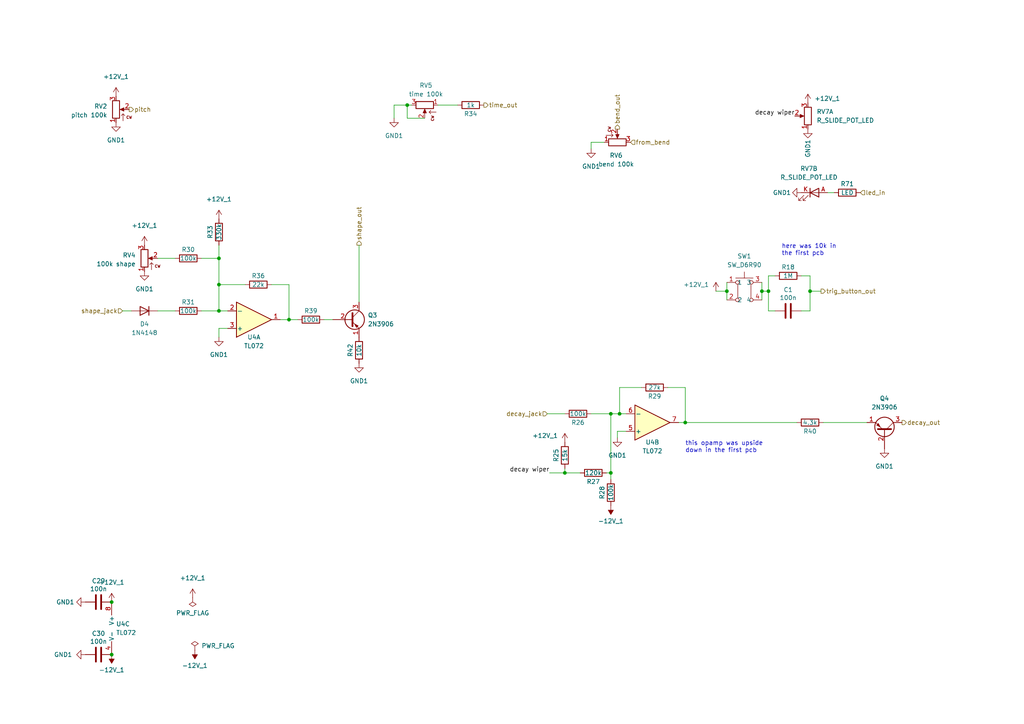
<source format=kicad_sch>
(kicad_sch (version 20211123) (generator eeschema)
  (paper "A4")
  (lib_symbols
    (symbol "ao_symbols:+12V_1" (power) (pin_names (offset 0))
      (property "Value" "+12V_1" (at 0 3.556 0))
      (symbol "+12V_1_0_1"
        (polyline (pts (xy -0.762 1.27) (xy 0 2.54)))
        (polyline (pts (xy 0 0) (xy 0 2.54)))
        (polyline (pts (xy 0 2.54) (xy 0.762 1.27)))
      )
      (symbol "+12V_1_1_1"
        (pin power_in line (at 0 0 90) (length 0) hide (name "+12V_1") (number "1"))
      )
    )
    (symbol "ao_symbols:-12V_1" (power) (pin_names (offset 0))
      (property "Value" "-12V_1" (at 0 3.81 0))
      (symbol "-12V_1_0_0"
        (pin power_in line (at 0 0 90) (length 0) hide (name "-12V_1") (number "1"))
      )
      (symbol "-12V_1_0_1"
        (polyline (pts (xy 0 0) (xy 0 1.27) (xy 0.762 1.27) (xy 0 2.54) (xy -0.762 1.27) (xy 0 1.27)) (fill (type outline)))
      )
    )
    (symbol "ao_symbols:1N4148" (pin_numbers hide) (pin_names (offset 1.016) hide)
      (property "Reference" "D" (at 0 2.54 0))
      (property "Value" "1N4148" (at 0 -2.54 0))
      (symbol "1N4148_0_1"
        (polyline (pts (xy -1.27 1.27) (xy -1.27 -1.27)) (stroke (width 0.254)))
        (polyline (pts (xy 1.27 0) (xy -1.27 0)))
        (polyline (pts (xy 1.27 1.27) (xy 1.27 -1.27) (xy -1.27 0) (xy 1.27 1.27)) (stroke (width 0.254)))
      )
      (symbol "1N4148_1_1"
        (pin passive line (at -3.81 0 0) (length 2.54) (name "K") (number "1"))
        (pin passive line (at 3.81 0 180) (length 2.54) (name "A") (number "2"))
      )
    )
    (symbol "ao_symbols:2N3906" (pin_names (offset 0) hide)
      (property "Reference" "Q" (at 5.08 1.905 0))
      (property "Value" "2N3906" (at 5.08 0 0))
      (symbol "2N3906_0_1"
        (polyline (pts (xy 0.635 0.635) (xy 2.54 2.54)))
        (polyline (pts (xy 0.635 -0.635) (xy 2.54 -2.54) (xy 2.54 -2.54)))
        (polyline (pts (xy 0.635 1.905) (xy 0.635 -1.905) (xy 0.635 -1.905)) (stroke (width 0.508)))
        (polyline (pts (xy 2.286 -1.778) (xy 1.778 -2.286) (xy 1.27 -1.27) (xy 2.286 -1.778) (xy 2.286 -1.778)) (fill (type outline)))
        (circle (center 1.27 0) (radius 2.8194) (stroke (width 0.254)))
      )
      (symbol "2N3906_1_1"
        (pin passive line (at 2.54 -5.08 90) (length 2.54) (name "E") (number "1"))
        (pin input line (at -5.08 0 0) (length 5.715) (name "B") (number "2"))
        (pin passive line (at 2.54 5.08 270) (length 2.54) (name "C") (number "3"))
      )
    )
    (symbol "ao_symbols:C" (pin_numbers hide) (pin_names (offset 0.254))
      (property "Reference" "C" (at 0.635 2.54 0))
      (property "Value" "C" (at 0.635 -2.54 0))
      (symbol "C_0_1"
        (polyline (pts (xy -2.032 -0.762) (xy 2.032 -0.762)) (stroke (width 0.508)))
        (polyline (pts (xy -2.032 0.762) (xy 2.032 0.762)) (stroke (width 0.508)))
      )
      (symbol "C_1_1"
        (pin passive line (at 0 3.81 270) (length 2.794) (name "~") (number "1"))
        (pin passive line (at 0 -3.81 90) (length 2.794) (name "~") (number "2"))
      )
    )
    (symbol "ao_symbols:R" (pin_numbers hide) (pin_names (offset 0))
      (property "Reference" "R" (at 2.032 0 90))
      (property "Value" "R" (at 0 0 90))
      (symbol "R_0_1"
        (rectangle (start -1.016 -2.54) (end 1.016 2.54) (stroke (width 0.254)))
      )
      (symbol "R_1_1"
        (pin passive line (at 0 3.81 270) (length 1.27) (name "~") (number "1"))
        (pin passive line (at 0 -3.81 90) (length 1.27) (name "~") (number "2"))
      )
    )
    (symbol "ao_symbols:R_POT" (pin_names (offset 1.016) hide)
      (property "Reference" "RV" (at -4.445 0 90))
      (property "Value" "R_POT" (at -2.54 0 90))
      (symbol "R_POT_0_0"
        (text "CW" (at 3.81 -2.286 0) (effects (font (size 0.762 0.762))))
      )
      (symbol "R_POT_0_1"
        (rectangle (start -1.016 2.54) (end 1.016 -2.54) (stroke (width 0.254)))
        (polyline (pts (xy 2.032 -3.302) (xy 2.032 -1.27)) (stroke (width 0.1524)))
        (polyline (pts (xy 2.54 0) (xy 1.524 0)))
        (polyline (pts (xy 2.54 -1.778) (xy 2.032 -1.27) (xy 1.524 -1.778)) (stroke (width 0.1524)))
        (polyline (pts (xy 1.143 0) (xy 2.286 -0.508) (xy 2.286 0.508) (xy 1.143 0)) (fill (type outline)))
      )
      (symbol "R_POT_1_1"
        (pin passive line (at 0 -3.81 90) (length 1.27) (name "1") (number "1"))
        (pin passive line (at 3.81 0 180) (length 1.27) (name "2") (number "2"))
        (pin passive line (at 0 3.81 270) (length 1.27) (name "3") (number "3"))
      )
    )
    (symbol "ao_symbols:R_SLIDE_POT_LED" (pin_names (offset 0) hide)
      (property "Reference" "RV" (at 6.35 2.54 0))
      (property "Value" "R_SLIDE_POT_LED" (at 10.16 -2.54 0))
      (symbol "R_SLIDE_POT_LED_1_1"
        (polyline (pts (xy 2.54 0) (xy 1.524 0)))
        (polyline (pts (xy 1.143 0) (xy 2.286 0.508) (xy 2.286 -0.508) (xy 1.143 0)) (fill (type outline)))
        (rectangle (start 1.016 2.54) (end -1.016 -2.54) (stroke (width 0.254)))
        (pin passive line (at 0 3.81 270) (length 1.27) (name "1") (number "1"))
        (pin passive line (at 3.81 0 180) (length 1.27) (name "2") (number "2"))
        (pin passive line (at 0 -3.81 90) (length 1.27) (name "3") (number "3"))
      )
      (symbol "R_SLIDE_POT_LED_2_1"
        (polyline (pts (xy 0 -1.27) (xy 0 1.27)) (stroke (width 0.254)))
        (polyline (pts (xy 0 0) (xy 2.54 0)))
        (polyline (pts (xy 2.54 -1.27) (xy 2.54 1.27) (xy 0 0) (xy 2.54 -1.27)) (stroke (width 0.254)))
        (polyline (pts (xy -1.778 -0.762) (xy -3.302 -2.286) (xy -2.54 -2.286) (xy -3.302 -2.286) (xy -3.302 -1.524)))
        (polyline (pts (xy -0.508 -0.762) (xy -2.032 -2.286) (xy -1.27 -2.286) (xy -2.032 -2.286) (xy -2.032 -1.524)))
        (pin passive line (at 5.08 0 180) (length 2.54) (name "A") (number "A"))
        (pin passive line (at -2.54 0 0) (length 2.54) (name "K") (number "K"))
      )
    )
    (symbol "ao_symbols:SW_D6R90"
      (property "Reference" "SW" (at 0 2.54 0))
      (property "Value" "SW_D6R90" (at 0 0.635 0))
      (symbol "SW_D6R90_0_1"
        (circle (center -2.032 -8.89) (radius 0.508))
        (circle (center -2.032 -3.81) (radius 0.508))
        (polyline (pts (xy -1.905 -4.445) (xy -1.905 -8.255)))
        (polyline (pts (xy 0 -2.54) (xy 0 -0.762)))
        (polyline (pts (xy 1.905 -4.445) (xy 1.905 -8.255)))
        (polyline (pts (xy 2.54 -2.54) (xy -2.54 -2.54)))
        (circle (center 2.032 -8.89) (radius 0.508))
        (circle (center 2.032 -3.81) (radius 0.508))
        (pin passive line (at -5.08 -3.81 0) (length 2.54) (name "1") (number "1"))
        (pin passive line (at -5.08 -8.89 0) (length 2.54) (name "2") (number "2"))
        (pin passive line (at 5.08 -3.81 180) (length 2.54) (name "3") (number "3"))
        (pin passive line (at 5.08 -8.89 180) (length 2.54) (name "4") (number "4"))
      )
    )
    (symbol "ao_symbols:TL072" (pin_names (offset 0.127))
      (property "Reference" "U" (at 0 5.08 0))
      (property "Value" "TL072" (at 0 -5.08 0))
      (symbol "TL072_1_1"
        (polyline (pts (xy -5.08 5.08) (xy 5.08 0) (xy -5.08 -5.08) (xy -5.08 5.08)) (stroke (width 0.254)) (fill (type background)))
        (pin output line (at 7.62 0 180) (length 2.54) (name "~") (number "1"))
        (pin input line (at -7.62 -2.54 0) (length 2.54) (name "-") (number "2"))
        (pin input line (at -7.62 2.54 0) (length 2.54) (name "+") (number "3"))
      )
      (symbol "TL072_2_1"
        (polyline (pts (xy -5.08 5.08) (xy 5.08 0) (xy -5.08 -5.08) (xy -5.08 5.08)) (stroke (width 0.254)) (fill (type background)))
        (pin input line (at -7.62 2.54 0) (length 2.54) (name "+") (number "5"))
        (pin input line (at -7.62 -2.54 0) (length 2.54) (name "-") (number "6"))
        (pin output line (at 7.62 0 180) (length 2.54) (name "~") (number "7"))
      )
      (symbol "TL072_3_1"
        (pin power_in line (at -2.54 -7.62 90) (length 3.81) (name "V-") (number "4"))
        (pin power_in line (at -2.54 7.62 270) (length 3.81) (name "V+") (number "8"))
      )
    )
    (symbol "power:GND1" (power) (pin_names (offset 0))
      (property "Value" "GND1" (at 0 -3.81 0))
      (symbol "GND1_0_1"
        (polyline (pts (xy 0 0) (xy 0 -1.27) (xy 1.27 -1.27) (xy 0 -2.54) (xy -1.27 -1.27) (xy 0 -1.27)))
      )
      (symbol "GND1_1_1"
        (pin power_in line (at 0 0 270) (length 0) hide (name "GND1") (number "1"))
      )
    )
    (symbol "power:PWR_FLAG" (power) (pin_numbers hide) (pin_names (offset 0) hide)
      (property "Value" "PWR_FLAG" (at 0 3.81 0))
      (symbol "PWR_FLAG_0_0"
        (pin power_out line (at 0 0 90) (length 0) (name "pwr") (number "1"))
      )
      (symbol "PWR_FLAG_0_1"
        (polyline (pts (xy 0 0) (xy 0 1.27) (xy -1.016 1.905) (xy 0 2.54) (xy 1.016 1.905) (xy 0 1.27)))
      )
    )
  )
  (junction (at 234.95 84.455))
  (junction (at 32.385 189.865))
  (junction (at 83.82 92.71))
  (junction (at 63.5 82.55))
  (junction (at 63.5 74.93))
  (junction (at 198.755 122.555))
  (junction (at 220.98 84.455))
  (junction (at 179.705 120.015))
  (junction (at 63.5 90.17))
  (junction (at 163.83 137.16))
  (junction (at 32.385 174.625))
  (junction (at 222.885 84.455))
  (junction (at 118.11 30.48))
  (junction (at 210.82 84.455))
  (junction (at 177.165 120.015))
  (junction (at 177.165 137.16))
  (wire (pts (xy 158.75 120.015) (xy 163.83 120.015)))
  (wire (pts (xy 66.04 90.17) (xy 63.5 90.17)))
  (wire (pts (xy 63.5 82.55) (xy 63.5 74.93)))
  (wire (pts (xy 198.755 112.395) (xy 198.755 122.555)))
  (wire (pts (xy 222.885 90.17) (xy 224.79 90.17)))
  (wire (pts (xy 58.42 74.93) (xy 63.5 74.93)))
  (wire (pts (xy 179.705 120.015) (xy 179.705 112.395)))
  (wire (pts (xy 45.72 90.17) (xy 50.8 90.17)))
  (wire (pts (xy 179.07 125.095) (xy 179.07 127)))
  (wire (pts (xy 163.83 135.89) (xy 163.83 137.16)))
  (wire (pts (xy 234.95 84.455) (xy 234.95 90.17)))
  (wire (pts (xy 163.83 137.16) (xy 159.385 137.16)))
  (wire (pts (xy 232.41 80.01) (xy 234.95 80.01)))
  (wire (pts (xy 240.03 55.88) (xy 241.935 55.88)))
  (wire (pts (xy 210.82 84.455) (xy 210.82 86.995)))
  (wire (pts (xy 220.98 84.455) (xy 222.885 84.455)))
  (wire (pts (xy 234.95 84.455) (xy 238.125 84.455)))
  (wire (pts (xy 222.885 84.455) (xy 222.885 90.17)))
  (wire (pts (xy 238.76 122.555) (xy 251.46 122.555)))
  (wire (pts (xy 119.38 30.48) (xy 118.11 30.48)))
  (wire (pts (xy 63.5 82.55) (xy 71.12 82.55)))
  (wire (pts (xy 193.675 112.395) (xy 198.755 112.395)))
  (wire (pts (xy 83.82 92.71) (xy 86.36 92.71)))
  (wire (pts (xy 163.83 137.16) (xy 168.275 137.16)))
  (wire (pts (xy 175.26 41.275) (xy 171.45 41.275)))
  (wire (pts (xy 83.82 82.55) (xy 83.82 92.71)))
  (wire (pts (xy 171.45 41.275) (xy 171.45 43.18)))
  (wire (pts (xy 222.885 80.01) (xy 224.79 80.01)))
  (wire (pts (xy 220.98 84.455) (xy 220.98 86.995)))
  (wire (pts (xy 66.04 95.25) (xy 63.5 95.25)))
  (wire (pts (xy 198.755 122.555) (xy 231.14 122.555)))
  (wire (pts (xy 63.5 95.25) (xy 63.5 97.79)))
  (wire (pts (xy 63.5 90.17) (xy 63.5 82.55)))
  (wire (pts (xy 181.61 125.095) (xy 179.07 125.095)))
  (wire (pts (xy 175.895 137.16) (xy 177.165 137.16)))
  (wire (pts (xy 45.72 74.93) (xy 50.8 74.93)))
  (wire (pts (xy 207.645 84.455) (xy 210.82 84.455)))
  (wire (pts (xy 177.165 120.015) (xy 179.705 120.015)))
  (wire (pts (xy 222.885 84.455) (xy 222.885 80.01)))
  (wire (pts (xy 234.95 80.01) (xy 234.95 84.455)))
  (wire (pts (xy 104.14 71.12) (xy 104.14 87.63)))
  (wire (pts (xy 234.95 90.17) (xy 232.41 90.17)))
  (wire (pts (xy 78.74 82.55) (xy 83.82 82.55)))
  (wire (pts (xy 127 30.48) (xy 132.715 30.48)))
  (wire (pts (xy 177.165 137.16) (xy 177.165 120.015)))
  (wire (pts (xy 58.42 90.17) (xy 63.5 90.17)))
  (wire (pts (xy 220.98 81.915) (xy 220.98 84.455)))
  (wire (pts (xy 118.11 30.48) (xy 114.3 30.48)))
  (wire (pts (xy 210.82 81.915) (xy 210.82 84.455)))
  (wire (pts (xy 63.5 74.93) (xy 63.5 71.12)))
  (wire (pts (xy 93.98 92.71) (xy 96.52 92.71)))
  (wire (pts (xy 179.705 120.015) (xy 181.61 120.015)))
  (wire (pts (xy 177.165 137.16) (xy 177.165 139.065)))
  (wire (pts (xy 196.85 122.555) (xy 198.755 122.555)))
  (wire (pts (xy 179.705 112.395) (xy 186.055 112.395)))
  (wire (pts (xy 35.56 90.17) (xy 38.1 90.17)))
  (wire (pts (xy 118.11 34.29) (xy 118.11 30.48)))
  (wire (pts (xy 123.19 34.29) (xy 118.11 34.29)))
  (wire (pts (xy 171.45 120.015) (xy 177.165 120.015)))
  (wire (pts (xy 114.3 30.48) (xy 114.3 34.29)))
  (wire (pts (xy 83.82 92.71) (xy 81.28 92.71)))
  (text "here was 10k in \nthe first pcb" (at 226.695 74.295 0) (effects (font (size 1.27 1.27)) (justify left bottom)))
  (text "this opamp was upside \ndown in the first pcb" (at 198.755 131.445 0) (effects (font (size 1.27 1.27)) (justify left bottom)))
  (label "decay wiper" (at 159.385 137.16 180))
  (label "decay wiper" (at 230.505 33.655 180))
  (hierarchical_label "led_in" (shape input) (at 249.555 55.88 0))
  (hierarchical_label "decay_jack" (shape input) (at 158.75 120.015 180))
  (hierarchical_label "trig_button_out" (shape output) (at 238.125 84.455 0))
  (hierarchical_label "pitch" (shape output) (at 37.465 31.75 0))
  (hierarchical_label "from_bend" (shape input) (at 182.88 41.275 0))
  (hierarchical_label "time_out" (shape output) (at 140.335 30.48 0))
  (hierarchical_label "shape_jack" (shape input) (at 35.56 90.17 180))
  (hierarchical_label "bend_out" (shape output) (at 179.07 37.465 90))
  (hierarchical_label "shape_out" (shape output) (at 104.14 71.12 90))
  (hierarchical_label "decay_out" (shape output) (at 261.62 122.555 0))
  (symbol (lib_id "ao_symbols:TL072") (at 34.925 182.245 0) (unit 3)
    (property "Reference" "U4" (at 33.655 180.9749 0) (effects (justify left)))
    (property "Value" "TL072" (at 33.655 183.5149 0) (effects (justify left)))
    (property "Footprint" "ao_tht:DIP-8_W7.62mm_Socket_LongPads" (effects hide))
    (property "Vendor" "Tayda" (effects hide))
    (property "SKU" "A-037" (effects hide))
  )
  (symbol (lib_id "ao_symbols:R") (at 63.5 67.31 180) (unit 1)
    (property "Reference" "R33" (at 60.96 67.31 90))
    (property "Value" "330k" (at 63.5 67.31 90))
    (property "Footprint" "ao_tht:R_Axial_DIN0207_L6.3mm_D2.5mm_P10.16mm_Horizontal" (effects hide))
    (property "Vendor" "Tayda" (effects hide))
  )
  (symbol (lib_id "ao_symbols:R") (at 54.61 74.93 90) (unit 1)
    (property "Reference" "R30" (at 54.61 72.39 90))
    (property "Value" "100k" (at 54.61 74.93 90))
    (property "Footprint" "ao_tht:R_Axial_DIN0207_L6.3mm_D2.5mm_P10.16mm_Horizontal" (effects hide))
    (property "Vendor" "Tayda" (effects hide))
  )
  (symbol (lib_id "ao_symbols:+12V_1") (at 32.385 174.625 0) (unit 1)
    (property "Reference" "#PWR0155" (effects hide))
    (property "Value" "+12V_1" (at 32.385 168.91 0))
  )
  (symbol (lib_id "power:GND1") (at 41.91 78.74 0) (unit 1)
    (property "Reference" "#PWR0135" (effects hide))
    (property "Value" "GND1" (at 41.91 83.82 0))
  )
  (symbol (lib_id "power:GND1") (at 63.5 97.79 0) (unit 1)
    (property "Reference" "#PWR0143" (effects hide))
    (property "Value" "GND1" (at 63.5 102.87 0))
  )
  (symbol (lib_id "ao_symbols:+12V_1") (at 207.645 84.455 0) (unit 1)
    (property "Reference" "#PWR0132" (effects hide))
    (property "Value" "+12V_1" (at 201.93 82.55 0))
  )
  (symbol (lib_id "ao_symbols:R") (at 136.525 30.48 270) (unit 1)
    (property "Reference" "R34" (at 136.525 33.02 90))
    (property "Value" "1k" (at 136.525 30.48 90))
    (property "Footprint" "ao_tht:R_Axial_DIN0207_L6.3mm_D2.5mm_P10.16mm_Horizontal" (effects hide))
    (property "Vendor" "Tayda" (effects hide))
  )
  (symbol (lib_id "ao_symbols:R") (at 245.745 55.88 90) (unit 1)
    (property "Reference" "R71" (at 245.745 53.34 90))
    (property "Value" "LED" (at 245.745 55.88 90))
    (property "Footprint" "ao_tht:R_Axial_DIN0207_L6.3mm_D2.5mm_P10.16mm_Horizontal" (effects hide))
    (property "Vendor" "Tayda" (effects hide))
  )
  (symbol (lib_id "ao_symbols:R") (at 74.93 82.55 90) (unit 1)
    (property "Reference" "R36" (at 74.93 80.01 90))
    (property "Value" "22k" (at 74.93 82.55 90))
    (property "Footprint" "ao_tht:R_Axial_DIN0207_L6.3mm_D2.5mm_P10.16mm_Horizontal" (effects hide))
    (property "Vendor" "Tayda" (effects hide))
  )
  (symbol (lib_id "power:GND1") (at 33.655 35.56 0) (unit 1)
    (property "Reference" "#PWR0134" (effects hide))
    (property "Value" "GND1" (at 33.655 40.64 0))
  )
  (symbol (lib_id "ao_symbols:TL072") (at 73.66 92.71 0) (mirror x) (unit 1)
    (property "Reference" "U4" (at 73.66 97.79 0))
    (property "Value" "TL072" (at 73.66 100.33 0))
    (property "Footprint" "ao_tht:DIP-8_W7.62mm_Socket_LongPads" (effects hide))
    (property "Vendor" "Tayda" (effects hide))
    (property "SKU" "A-037" (effects hide))
  )
  (symbol (lib_id "power:GND1") (at 171.45 43.18 0) (unit 1)
    (property "Reference" "#PWR0133" (effects hide))
    (property "Value" "GND1" (at 171.45 48.26 0))
  )
  (symbol (lib_id "ao_symbols:-12V_1") (at 32.385 189.865 180) (unit 1)
    (property "Reference" "#PWR0158" (effects hide))
    (property "Value" "-12V_1" (at 32.385 194.31 0))
  )
  (symbol (lib_id "ao_symbols:R_POT") (at 123.19 30.48 90) (mirror x) (unit 1)
    (property "Reference" "RV5" (at 123.5456 24.765 90))
    (property "Value" "time 100k" (at 123.5456 27.305 90))
    (property "Footprint" "ao_tht:Potentiometer_Alpha_RD901F-40-00D_Single_Vertical_centered" (effects hide))
    (property "Vendor" "Tayda" (effects hide))
  )
  (symbol (lib_id "ao_symbols:R") (at 172.085 137.16 270) (unit 1)
    (property "Reference" "R27" (at 172.085 139.7 90))
    (property "Value" "120k" (at 172.085 137.16 90))
    (property "Footprint" "ao_tht:R_Axial_DIN0207_L6.3mm_D2.5mm_P10.16mm_Horizontal" (effects hide))
    (property "Vendor" "Tayda" (effects hide))
  )
  (symbol (lib_id "power:GND1") (at 24.765 174.625 270) (unit 1)
    (property "Reference" "#PWR0157" (effects hide))
    (property "Value" "GND1" (at 21.59 174.6249 90) (effects (justify right)))
  )
  (symbol (lib_id "ao_symbols:+12V_1") (at 234.315 29.845 0) (unit 1)
    (property "Reference" "#PWR0193" (effects hide))
    (property "Value" "+12V_1" (at 236.22 28.5749 0) (effects (justify left)))
  )
  (symbol (lib_id "ao_symbols:R") (at 167.64 120.015 270) (unit 1)
    (property "Reference" "R26" (at 167.64 122.555 90))
    (property "Value" "100k" (at 167.64 120.015 90))
    (property "Footprint" "ao_tht:R_Axial_DIN0207_L6.3mm_D2.5mm_P10.16mm_Horizontal" (effects hide))
    (property "Vendor" "Tayda" (effects hide))
  )
  (symbol (lib_id "ao_symbols:R") (at 54.61 90.17 90) (unit 1)
    (property "Reference" "R31" (at 54.61 87.63 90))
    (property "Value" "100k" (at 54.61 90.17 90))
    (property "Footprint" "ao_tht:R_Axial_DIN0207_L6.3mm_D2.5mm_P10.16mm_Horizontal" (effects hide))
    (property "Vendor" "Tayda" (effects hide))
  )
  (symbol (lib_id "power:PWR_FLAG") (at 56.515 188.595 0) (unit 1)
    (property "Reference" "#FLG0102" (effects hide))
    (property "Value" "PWR_FLAG" (at 58.42 187.3249 0) (effects (justify left)))
  )
  (symbol (lib_id "power:GND1") (at 256.54 130.175 0) (unit 1)
    (property "Reference" "#PWR0139" (effects hide))
    (property "Value" "GND1" (at 256.54 135.255 0))
  )
  (symbol (lib_id "ao_symbols:R_POT") (at 179.07 41.275 270) (mirror x) (unit 1)
    (property "Reference" "RV6" (at 178.7144 45.085 90))
    (property "Value" "bend 100k" (at 178.7144 47.625 90))
    (property "Footprint" "ao_tht:Potentiometer_Alpha_RD901F-40-00D_Single_Vertical_centered" (effects hide))
    (property "Vendor" "Tayda" (effects hide))
  )
  (symbol (lib_id "ao_symbols:R") (at 177.165 142.875 180) (unit 1)
    (property "Reference" "R28" (at 174.625 142.875 90))
    (property "Value" "100k" (at 177.165 142.875 90))
    (property "Footprint" "ao_tht:R_Axial_DIN0207_L6.3mm_D2.5mm_P10.16mm_Horizontal" (effects hide))
    (property "Vendor" "Tayda" (effects hide))
  )
  (symbol (lib_id "ao_symbols:R") (at 163.83 132.08 180) (unit 1)
    (property "Reference" "R25" (at 161.29 132.08 90))
    (property "Value" "15k" (at 163.83 132.08 90))
    (property "Footprint" "ao_tht:R_Axial_DIN0207_L6.3mm_D2.5mm_P10.16mm_Horizontal" (effects hide))
    (property "Vendor" "Tayda" (effects hide))
  )
  (symbol (lib_id "power:GND1") (at 104.14 105.41 0) (unit 1)
    (property "Reference" "#PWR0138" (effects hide))
    (property "Value" "GND1" (at 104.14 110.49 0))
  )
  (symbol (lib_id "ao_symbols:2N3906") (at 256.54 125.095 270) (mirror x) (unit 1)
    (property "Reference" "Q4" (at 256.54 115.57 90))
    (property "Value" "2N3906" (at 256.54 118.11 90))
    (property "Footprint" "ao_tht:TO-92_Inline_Wide" (effects hide))
    (property "Datasheet" "https://www.onsemi.com/pub/Collateral/2N3906-D.PDF" (effects hide))
    (property "Vendor" "Tayda" (effects hide))
    (property "SKU" "A-117" (effects hide))
  )
  (symbol (lib_id "ao_symbols:R_SLIDE_POT_LED") (at 234.95 55.88 0) (unit 2)
    (property "Reference" "RV7" (at 234.6325 48.895 0))
    (property "Value" "R_SLIDE_POT_LED" (at 234.6325 51.435 0))
    (property "Footprint" "ao_tht:Potentiometer_Bourns_PTL6015_Single_Slide_LED_walpha" (effects hide))
  )
  (symbol (lib_id "ao_symbols:C") (at 28.575 189.865 90) (unit 1)
    (property "Reference" "C30" (at 28.575 183.7395 90))
    (property "Value" "100n" (at 28.575 186.055 90))
    (property "Footprint" "ao_tht:C_Disc_D3.0mm_W1.6mm_P2.50mm" (effects hide))
    (property "Vendor" "Tayda" (effects hide))
  )
  (symbol (lib_id "ao_symbols:2N3906") (at 101.6 92.71 0) (unit 1)
    (property "Reference" "Q3" (at 106.68 91.4399 0) (effects (justify left)))
    (property "Value" "2N3906" (at 106.68 93.9799 0) (effects (justify left)))
    (property "Footprint" "ao_tht:TO-92_Inline_Wide" (effects hide))
    (property "Datasheet" "https://www.onsemi.com/pub/Collateral/2N3906-D.PDF" (effects hide))
    (property "Vendor" "Tayda" (effects hide))
    (property "SKU" "A-117" (effects hide))
  )
  (symbol (lib_id "power:GND1") (at 232.41 55.88 270) (unit 1)
    (property "Reference" "#PWR0194" (effects hide))
    (property "Value" "GND1" (at 224.155 55.88 90) (effects (justify left)))
  )
  (symbol (lib_id "ao_symbols:R_SLIDE_POT_LED") (at 234.315 33.655 180) (unit 1)
    (property "Reference" "RV7" (at 236.855 32.3849 0) (effects (justify right)))
    (property "Value" "R_SLIDE_POT_LED" (at 236.855 34.9249 0) (effects (justify right)))
    (property "Footprint" "ao_tht:Potentiometer_Bourns_PTL6015_Single_Slide_LED_walpha" (effects hide))
  )
  (symbol (lib_id "ao_symbols:+12V_1") (at 63.5 63.5 0) (unit 1)
    (property "Reference" "#PWR0137" (effects hide))
    (property "Value" "+12V_1" (at 63.5 57.785 0))
  )
  (symbol (lib_id "ao_symbols:+12V_1") (at 163.83 128.27 0) (unit 1)
    (property "Reference" "#PWR0153" (effects hide))
    (property "Value" "+12V_1" (at 158.115 126.365 0))
  )
  (symbol (lib_id "ao_symbols:SW_D6R90") (at 215.9 78.105 0) (unit 1)
    (property "Reference" "SW1" (at 215.9 74.295 0))
    (property "Value" "SW_D6R90" (at 215.9 76.835 0))
    (property "Footprint" "ao_tht:SW_D6R90_F1_LFS" (effects hide))
  )
  (symbol (lib_id "power:GND1") (at 24.765 189.865 270) (unit 1)
    (property "Reference" "#PWR0156" (effects hide))
    (property "Value" "GND1" (at 20.955 189.8649 90) (effects (justify right)))
  )
  (symbol (lib_id "power:GND1") (at 114.3 34.29 0) (unit 1)
    (property "Reference" "#PWR0126" (effects hide))
    (property "Value" "GND1" (at 114.3 39.37 0))
  )
  (symbol (lib_id "ao_symbols:-12V_1") (at 56.515 188.595 180) (unit 1)
    (property "Reference" "#PWR0196" (effects hide))
    (property "Value" "-12V_1" (at 56.515 193.04 0))
  )
  (symbol (lib_id "power:GND1") (at 234.315 37.465 0) (unit 1)
    (property "Reference" "#PWR0192" (effects hide))
    (property "Value" "GND1" (at 234.315 45.72 90) (effects (justify left)))
  )
  (symbol (lib_id "ao_symbols:1N4148") (at 41.91 90.17 180) (unit 1)
    (property "Reference" "D4" (at 41.91 93.98 0))
    (property "Value" "1N4148" (at 41.91 96.52 0))
    (property "Footprint" "ao_tht:D_DO-35_SOD27_P7.62mm_Horizontal" (effects hide))
    (property "Vendor" "Tayda" (effects hide))
    (property "SKU" "A-157" (effects hide))
  )
  (symbol (lib_id "ao_symbols:+12V_1") (at 55.88 173.355 0) (unit 1)
    (property "Reference" "#PWR0195" (effects hide))
    (property "Value" "+12V_1" (at 55.88 167.64 0))
  )
  (symbol (lib_id "ao_symbols:-12V_1") (at 177.165 146.685 180) (unit 1)
    (property "Reference" "#PWR0154" (effects hide))
    (property "Value" "-12V_1" (at 177.165 151.13 0))
  )
  (symbol (lib_id "ao_symbols:R") (at 104.14 101.6 180) (unit 1)
    (property "Reference" "R42" (at 101.6 101.6 90))
    (property "Value" "10k" (at 104.14 101.6 90))
    (property "Footprint" "ao_tht:R_Axial_DIN0207_L6.3mm_D2.5mm_P10.16mm_Horizontal" (effects hide))
    (property "Vendor" "Tayda" (effects hide))
  )
  (symbol (lib_id "ao_symbols:R") (at 228.6 80.01 90) (unit 1)
    (property "Reference" "R18" (at 228.6 77.47 90))
    (property "Value" "1M" (at 228.6 80.01 90))
    (property "Footprint" "ao_tht:R_Axial_DIN0207_L6.3mm_D2.5mm_P10.16mm_Horizontal" (effects hide))
    (property "Vendor" "Tayda" (effects hide))
  )
  (symbol (lib_id "ao_symbols:R") (at 234.95 122.555 270) (unit 1)
    (property "Reference" "R40" (at 234.95 125.095 90))
    (property "Value" "4.3k" (at 234.95 122.555 90))
    (property "Footprint" "ao_tht:R_Axial_DIN0207_L6.3mm_D2.5mm_P10.16mm_Horizontal" (effects hide))
    (property "Vendor" "Tayda" (effects hide))
  )
  (symbol (lib_id "ao_symbols:+12V_1") (at 33.655 27.94 0) (unit 1)
    (property "Reference" "#PWR0128" (effects hide))
    (property "Value" "+12V_1" (at 33.655 22.225 0))
  )
  (symbol (lib_id "ao_symbols:R_POT") (at 41.91 74.93 0) (unit 1)
    (property "Reference" "RV4" (at 39.37 74.0155 0) (effects (justify right)))
    (property "Value" "100k shape" (at 39.37 76.5555 0) (effects (justify right)))
    (property "Footprint" "ao_tht:Potentiometer_Alpha_RD901F-40-00D_Single_Vertical_centered" (effects hide))
    (property "Vendor" "Tayda" (effects hide))
  )
  (symbol (lib_id "ao_symbols:R") (at 189.865 112.395 270) (unit 1)
    (property "Reference" "R29" (at 189.865 114.935 90))
    (property "Value" "27k" (at 189.865 112.395 90))
    (property "Footprint" "ao_tht:R_Axial_DIN0207_L6.3mm_D2.5mm_P10.16mm_Horizontal" (effects hide))
    (property "Vendor" "Tayda" (effects hide))
  )
  (symbol (lib_id "ao_symbols:C") (at 228.6 90.17 90) (unit 1)
    (property "Reference" "C1" (at 228.6 84.0445 90))
    (property "Value" "100n" (at 228.6 86.36 90))
    (property "Footprint" "ao_tht:C_Disc_D3.0mm_W1.6mm_P2.50mm" (effects hide))
    (property "Vendor" "Tayda" (effects hide))
  )
  (symbol (lib_id "ao_symbols:R") (at 90.17 92.71 90) (unit 1)
    (property "Reference" "R39" (at 90.17 90.17 90))
    (property "Value" "100k" (at 90.17 92.71 90))
    (property "Footprint" "ao_tht:R_Axial_DIN0207_L6.3mm_D2.5mm_P10.16mm_Horizontal" (effects hide))
    (property "Vendor" "Tayda" (effects hide))
  )
  (symbol (lib_id "ao_symbols:TL072") (at 189.23 122.555 0) (mirror x) (unit 2)
    (property "Reference" "U4" (at 189.23 128.27 0))
    (property "Value" "TL072" (at 189.23 130.81 0))
    (property "Footprint" "ao_tht:DIP-8_W7.62mm_Socket_LongPads" (effects hide))
    (property "Vendor" "Tayda" (effects hide))
    (property "SKU" "A-037" (effects hide))
  )
  (symbol (lib_id "ao_symbols:C") (at 28.575 174.625 90) (unit 1)
    (property "Reference" "C29" (at 28.575 168.4995 90))
    (property "Value" "100n" (at 28.575 170.815 90))
    (property "Footprint" "ao_tht:C_Disc_D3.0mm_W1.6mm_P2.50mm" (effects hide))
    (property "Vendor" "Tayda" (effects hide))
  )
  (symbol (lib_id "ao_symbols:R_POT") (at 33.655 31.75 0) (unit 1)
    (property "Reference" "RV2" (at 31.115 30.8355 0) (effects (justify right)))
    (property "Value" "pitch 100k" (at 31.115 33.3755 0) (effects (justify right)))
    (property "Footprint" "ao_tht:Potentiometer_Alpha_RD901F-40-00D_Single_Vertical_centered" (effects hide))
    (property "Vendor" "Tayda" (effects hide))
  )
  (symbol (lib_id "power:PWR_FLAG") (at 55.88 173.355 180) (unit 1)
    (property "Reference" "#FLG0101" (effects hide))
    (property "Value" "PWR_FLAG" (at 55.88 177.8 0))
  )
  (symbol (lib_id "power:GND1") (at 179.07 127 0) (unit 1)
    (property "Reference" "#PWR0145" (effects hide))
    (property "Value" "GND1" (at 179.07 132.08 0))
  )
  (symbol (lib_id "ao_symbols:+12V_1") (at 41.91 71.12 0) (unit 1)
    (property "Reference" "#PWR0136" (effects hide))
    (property "Value" "+12V_1" (at 41.91 65.405 0))
  )
)
</source>
